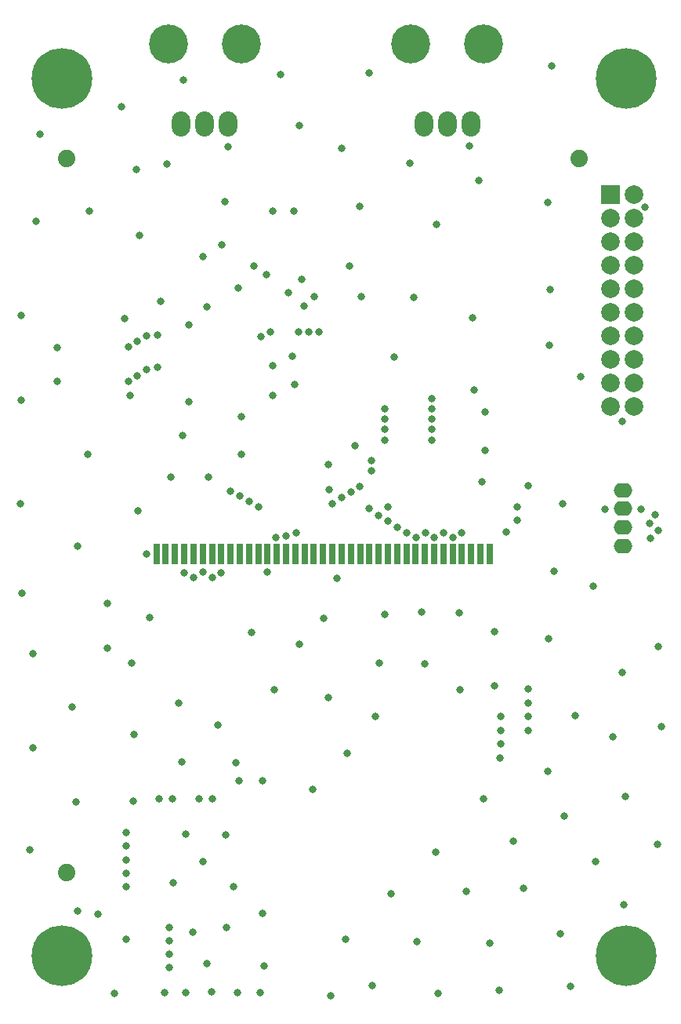
<source format=gbs>
%FSLAX25Y25*%
%MOIN*%
G70*
G01*
G75*
G04 Layer_Color=16711935*
%ADD10R,0.03543X0.02362*%
%ADD11R,0.05906X0.07874*%
%ADD12R,0.14961X0.07874*%
%ADD13R,0.05118X0.02756*%
%ADD14R,0.02362X0.03543*%
%ADD15R,0.05709X0.02362*%
%ADD16R,0.03937X0.19685*%
%ADD17R,0.01181X0.04724*%
%ADD18R,0.04724X0.01181*%
%ADD19R,0.05512X0.08268*%
%ADD20R,0.03937X0.07874*%
%ADD21R,0.02835X0.02835*%
%ADD22R,0.02835X0.02835*%
%ADD23C,0.00800*%
%ADD24C,0.01200*%
%ADD25C,0.01000*%
%ADD26C,0.02000*%
%ADD27C,0.05000*%
%ADD28O,0.07087X0.09843*%
%ADD29C,0.15748*%
%ADD30C,0.25000*%
%ADD31O,0.07087X0.05512*%
%ADD32R,0.07087X0.07087*%
%ADD33C,0.07087*%
%ADD34C,0.06600*%
%ADD35C,0.02500*%
%ADD36R,0.01969X0.07874*%
%ADD37C,0.01400*%
%ADD38C,0.00984*%
%ADD39C,0.00787*%
%ADD40R,0.04343X0.03162*%
%ADD41R,0.06706X0.08674*%
%ADD42R,0.15761X0.08674*%
%ADD43R,0.05918X0.03556*%
%ADD44R,0.03162X0.04343*%
%ADD45R,0.06509X0.03162*%
%ADD46R,0.04737X0.20485*%
%ADD47R,0.01981X0.05524*%
%ADD48R,0.05524X0.01981*%
%ADD49R,0.06312X0.09068*%
%ADD50R,0.04737X0.08674*%
%ADD51R,0.03635X0.03635*%
%ADD52R,0.03635X0.03635*%
%ADD53O,0.07887X0.10642*%
%ADD54C,0.16548*%
%ADD55C,0.25800*%
%ADD56O,0.07887X0.06312*%
%ADD57R,0.07887X0.07887*%
%ADD58C,0.07887*%
%ADD59C,0.07400*%
%ADD60C,0.03300*%
%ADD61R,0.02769X0.08674*%
D53*
X4967398Y3142646D02*
D03*
X4977398D02*
D03*
X4987398D02*
D03*
X4884272Y3142646D02*
D03*
X4874272D02*
D03*
X4864272D02*
D03*
D54*
X4992909Y3176661D02*
D03*
X4961886D02*
D03*
X4858760Y3176661D02*
D03*
X4889783D02*
D03*
D55*
X4813681Y2789370D02*
D03*
X5053445D02*
D03*
Y3162008D02*
D03*
X4813681D02*
D03*
D56*
X5052165Y2987106D02*
D03*
Y2979232D02*
D03*
Y2971358D02*
D03*
Y2963484D02*
D03*
D57*
X5046772Y3112815D02*
D03*
D58*
X5056771D02*
D03*
X5046772Y3102815D02*
D03*
X5056771D02*
D03*
X5046772Y3092815D02*
D03*
X5056771D02*
D03*
X5046772Y3082815D02*
D03*
X5056771D02*
D03*
X5046772Y3072815D02*
D03*
X5056771D02*
D03*
X5046772Y3062815D02*
D03*
X5056771D02*
D03*
X5046772Y3052815D02*
D03*
X5056771D02*
D03*
X5046772Y3042815D02*
D03*
X5056771D02*
D03*
X5046772Y3032815D02*
D03*
X5056771D02*
D03*
X5046772Y3022815D02*
D03*
X5056771D02*
D03*
D59*
X5033701Y3127898D02*
D03*
X4815591D02*
D03*
Y2824748D02*
D03*
D60*
X4902362Y3054331D02*
D03*
X4983563Y2969094D02*
D03*
X4964075Y2967028D02*
D03*
X4849508Y2959941D02*
D03*
X4900984Y2952362D02*
D03*
X4913091Y2968898D02*
D03*
X4885236Y2986811D02*
D03*
X4840256Y3060039D02*
D03*
X4855413Y3067224D02*
D03*
X4928642Y2981496D02*
D03*
X4932520Y2983858D02*
D03*
X4918701Y3054429D02*
D03*
X4849409Y3052658D02*
D03*
X4845669Y3050295D02*
D03*
X4849409Y3038189D02*
D03*
X4854232Y3039469D02*
D03*
X4845964Y2978445D02*
D03*
X4859941Y2992520D02*
D03*
X4850787Y2933071D02*
D03*
X4841043Y2796358D02*
D03*
X4829036Y2807087D02*
D03*
X5059941Y2978937D02*
D03*
X4993406Y3020177D02*
D03*
X4993504Y3004035D02*
D03*
X4915649Y3076575D02*
D03*
X4999902Y2873327D02*
D03*
X5051870Y3016437D02*
D03*
X5061516Y3107480D02*
D03*
X4899705Y2784842D02*
D03*
X5000098Y2879298D02*
D03*
X5011811Y2885138D02*
D03*
X4884055Y3132972D02*
D03*
X4987008Y3133169D02*
D03*
X4972835Y3100098D02*
D03*
X4940945Y3069390D02*
D03*
X4889862Y3018209D02*
D03*
X4988976Y3029528D02*
D03*
X5011909Y2989075D02*
D03*
X5026575Y2981201D02*
D03*
X5044685Y2978937D02*
D03*
X4899016Y2863681D02*
D03*
X4888878Y2863583D02*
D03*
X4883071Y2840748D02*
D03*
X4866240Y2840846D02*
D03*
X4927854Y2772342D02*
D03*
X4897835Y2773524D02*
D03*
X4888287Y2773622D02*
D03*
X4877067Y2773917D02*
D03*
X4866339Y2773721D02*
D03*
X4857087Y2773819D02*
D03*
X4950787Y2934449D02*
D03*
X4966634Y2935236D02*
D03*
X4982480Y2934842D02*
D03*
X4927165Y2987402D02*
D03*
X4926870Y2997835D02*
D03*
X4867618Y3024606D02*
D03*
X4889764Y3002264D02*
D03*
X4811614Y3033366D02*
D03*
X4811516Y3047736D02*
D03*
X4888386Y3072835D02*
D03*
X4875295Y3065059D02*
D03*
X4867618Y3057480D02*
D03*
X4903347Y3027362D02*
D03*
X4912697Y3032087D02*
D03*
X4911713Y3043898D02*
D03*
X4903051Y3040059D02*
D03*
X4898819Y2807284D02*
D03*
X4881594Y3091339D02*
D03*
X4920866Y3069193D02*
D03*
X4916536Y3065354D02*
D03*
X4970964Y3025984D02*
D03*
X4900689Y3078740D02*
D03*
X4895177Y3082382D02*
D03*
X4909843Y3070965D02*
D03*
X4945374Y2999705D02*
D03*
X4945079Y2995177D02*
D03*
X5007185Y2974409D02*
D03*
Y2980020D02*
D03*
X5011909Y2902559D02*
D03*
Y2896752D02*
D03*
Y2890945D02*
D03*
X5000098Y2885072D02*
D03*
Y2890846D02*
D03*
X5002559Y2969390D02*
D03*
X5063583Y2973031D02*
D03*
X5067225Y2969980D02*
D03*
X5063779Y2966831D02*
D03*
X5066020Y2976575D02*
D03*
X4842520Y3027362D02*
D03*
X4935827Y3082382D02*
D03*
X4954850Y3043575D02*
D03*
X5021063Y3072441D02*
D03*
X4970768Y3012894D02*
D03*
Y3021681D02*
D03*
X4923032Y3054429D02*
D03*
X4914370D02*
D03*
X4970768Y3008366D02*
D03*
Y3017323D02*
D03*
X4950814Y3021681D02*
D03*
Y3008366D02*
D03*
Y3017323D02*
D03*
Y3012894D02*
D03*
X4971949Y2967028D02*
D03*
X4968110Y2968984D02*
D03*
X4979764Y2967028D02*
D03*
X4975827Y2968984D02*
D03*
X4897087Y2980020D02*
D03*
X4893150Y2982382D02*
D03*
X4889213Y2984547D02*
D03*
X4881339Y2952126D02*
D03*
X4877402Y2950098D02*
D03*
X4873465Y2952224D02*
D03*
X4869528Y2950098D02*
D03*
X4865591Y2952008D02*
D03*
X4845669Y3035827D02*
D03*
X4841929Y3033268D02*
D03*
X4854232Y3052854D02*
D03*
X4904626Y2967028D02*
D03*
X4936516Y2986221D02*
D03*
X4940354Y2988779D02*
D03*
X4908858Y2967815D02*
D03*
X4841929Y3047933D02*
D03*
X4944331Y2979193D02*
D03*
X4948228Y2976476D02*
D03*
X4952146Y2973984D02*
D03*
X4956146Y2971484D02*
D03*
X4960146Y2968984D02*
D03*
X4898327Y3052461D02*
D03*
X4903149Y3105512D02*
D03*
X4912106D02*
D03*
X4873622Y3086417D02*
D03*
X4858169Y3125787D02*
D03*
X4961417Y3125984D02*
D03*
X4832775Y2939075D02*
D03*
Y2919980D02*
D03*
X4988287Y3060236D02*
D03*
X4855037Y2856022D02*
D03*
X4860632D02*
D03*
X4859063Y2784260D02*
D03*
Y2789996D02*
D03*
Y2795732D02*
D03*
Y2801468D02*
D03*
X4841032Y2818677D02*
D03*
Y2824413D02*
D03*
Y2830150D02*
D03*
Y2835886D02*
D03*
Y2841622D02*
D03*
X4871821Y2856022D02*
D03*
X4877415D02*
D03*
X4938091Y3006102D02*
D03*
X4875984Y2992716D02*
D03*
X4864764Y3010433D02*
D03*
X4824606Y3002461D02*
D03*
X4820374Y2963386D02*
D03*
X4801181Y2917618D02*
D03*
X4817913Y2895079D02*
D03*
X4801083Y2877559D02*
D03*
X4819685Y2854724D02*
D03*
X4799902Y2834350D02*
D03*
X4820275Y2808268D02*
D03*
X4835925Y2773327D02*
D03*
X4843209Y2913583D02*
D03*
X4863091Y2896555D02*
D03*
X4844193Y2883169D02*
D03*
X4864665Y2871752D02*
D03*
X4843898Y2855020D02*
D03*
X4887598Y2871457D02*
D03*
X4879725Y2887402D02*
D03*
X4873425Y2829331D02*
D03*
X4883464Y2801181D02*
D03*
X4869291Y2799213D02*
D03*
X4875098Y2785925D02*
D03*
X4860925Y2820177D02*
D03*
X4886417Y2818799D02*
D03*
X4934055Y2796457D02*
D03*
X4953445Y2815551D02*
D03*
X4972540Y2833268D02*
D03*
X4993012Y2856102D02*
D03*
X4920079Y2860138D02*
D03*
X4935040Y2875492D02*
D03*
X4947047Y2890846D02*
D03*
X4948425Y2913681D02*
D03*
X4924803Y2932776D02*
D03*
X4930709Y2949705D02*
D03*
X4894193Y2926673D02*
D03*
X4904036Y2902461D02*
D03*
X4926870Y2899016D02*
D03*
X4914665Y2921555D02*
D03*
X4967815Y2913287D02*
D03*
X4982874Y2902362D02*
D03*
X4997638Y2927165D02*
D03*
Y2903937D02*
D03*
X5022736Y2952559D02*
D03*
X5039468Y2946260D02*
D03*
X5020571Y2923917D02*
D03*
X5067126Y2920571D02*
D03*
X5068406Y2886713D02*
D03*
X5066831Y2836713D02*
D03*
X5052559Y2810925D02*
D03*
X5029725Y2776279D02*
D03*
X4999705Y2774508D02*
D03*
X4973622Y2773228D02*
D03*
X4945669Y2776772D02*
D03*
X4964665Y2795276D02*
D03*
X4985630Y2816535D02*
D03*
X5005413Y2837992D02*
D03*
X5020275Y2867716D02*
D03*
X5031988Y2891339D02*
D03*
X5051968Y2909547D02*
D03*
X5047933Y2882382D02*
D03*
X5053248Y2856988D02*
D03*
X5027165Y2848524D02*
D03*
X5010040Y2818012D02*
D03*
X5040453Y2829331D02*
D03*
X4995669Y2794784D02*
D03*
X5025394Y2798819D02*
D03*
X5034351Y3035335D02*
D03*
X5020866Y3048721D02*
D03*
X4963189Y3068898D02*
D03*
X4990847Y3118504D02*
D03*
X5020275Y3109252D02*
D03*
X5022047Y3167421D02*
D03*
X4944094Y3164469D02*
D03*
X4906496Y3163779D02*
D03*
X4865256Y3161221D02*
D03*
X4838779Y3150098D02*
D03*
X4804134Y3138386D02*
D03*
X4802460Y3101279D02*
D03*
X4825295Y3105709D02*
D03*
X4846457Y3095472D02*
D03*
X4845079Y3123425D02*
D03*
X4796161Y3061417D02*
D03*
Y3025394D02*
D03*
X4795768Y2981201D02*
D03*
X4796555Y2943307D02*
D03*
X4914665Y3141929D02*
D03*
X4932677Y3132480D02*
D03*
X4940354Y3107776D02*
D03*
X4882972Y3109547D02*
D03*
X4992225Y2990551D02*
D03*
X4952165Y2980020D02*
D03*
D61*
X4853780Y2959984D02*
D03*
X4857717D02*
D03*
X4861654D02*
D03*
X4865591D02*
D03*
X4869528D02*
D03*
X4873465D02*
D03*
X4877402D02*
D03*
X4881339D02*
D03*
X4885276D02*
D03*
X4889213D02*
D03*
X4893150D02*
D03*
X4897087D02*
D03*
X4901024D02*
D03*
X4904961D02*
D03*
X4908898D02*
D03*
X4912835D02*
D03*
X4916772D02*
D03*
X4920709D02*
D03*
X4924646D02*
D03*
X4928583D02*
D03*
X4932520D02*
D03*
X4936457D02*
D03*
X4940394D02*
D03*
X4944331D02*
D03*
X4948268D02*
D03*
X4952205D02*
D03*
X4956142D02*
D03*
X4960079D02*
D03*
X4964016D02*
D03*
X4967953D02*
D03*
X4971890D02*
D03*
X4975827D02*
D03*
X4979764D02*
D03*
X4983701D02*
D03*
X4987638D02*
D03*
X4991575D02*
D03*
X4995512D02*
D03*
M02*

</source>
